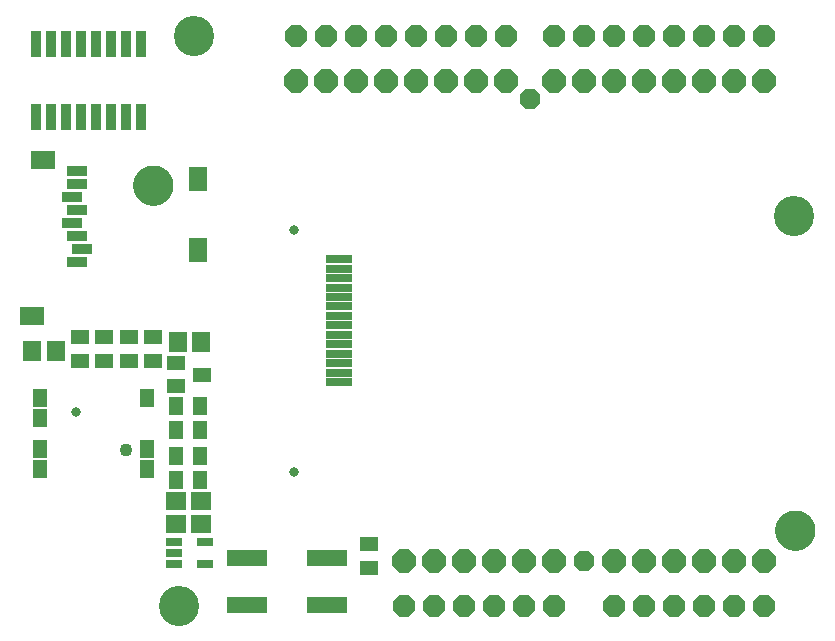
<source format=gbr>
G04 EAGLE Gerber RS-274X export*
G75*
%MOMM*%
%FSLAX34Y34*%
%LPD*%
%INSoldermask Top*%
%IPPOS*%
%AMOC8*
5,1,8,0,0,1.08239X$1,22.5*%
G01*
%ADD10R,2.203200X0.703200*%
%ADD11C,0.803200*%
%ADD12P,2.034460X8X22.500000*%
%ADD13C,3.403200*%
%ADD14R,0.863600X2.235200*%
%ADD15R,2.103200X1.603200*%
%ADD16R,1.603200X2.003200*%
%ADD17R,1.703200X0.903200*%
%ADD18R,1.403200X0.753200*%
%ADD19R,1.303200X1.603200*%
%ADD20R,1.603200X1.203200*%
%ADD21R,1.603200X1.303200*%
%ADD22P,1.869504X8X22.500000*%
%ADD23R,1.803200X1.503200*%
%ADD24R,1.503200X1.803200*%
%ADD25P,2.144431X8X112.500000*%
%ADD26P,2.144431X8X292.500000*%
%ADD27R,3.403200X1.403200*%
%ADD28R,1.203200X1.603200*%
%ADD29C,1.103200*%
%ADD30C,1.200000*%
%ADD31C,1.203200*%


D10*
X275400Y310700D03*
X275400Y302700D03*
X275400Y294700D03*
X275400Y286700D03*
X275400Y278700D03*
X275400Y270700D03*
X275400Y262700D03*
X275400Y254700D03*
X275400Y246700D03*
X275400Y238700D03*
X275400Y230700D03*
X275400Y222700D03*
X275400Y214700D03*
X275400Y318700D03*
D11*
X237400Y343200D03*
X237400Y138700D03*
D12*
X533400Y508000D03*
X508000Y25400D03*
X558800Y508000D03*
X584200Y508000D03*
X609600Y508000D03*
X635000Y508000D03*
X508000Y508000D03*
X482600Y508000D03*
X457200Y508000D03*
X416560Y508000D03*
X391160Y508000D03*
X365760Y508000D03*
X340360Y508000D03*
X314960Y508000D03*
X289560Y508000D03*
X264160Y508000D03*
X238760Y508000D03*
X533400Y25400D03*
X558800Y25400D03*
X584200Y25400D03*
X609600Y25400D03*
X635000Y25400D03*
X457200Y25400D03*
X431800Y25400D03*
X406400Y25400D03*
X381000Y25400D03*
X355600Y25400D03*
X330200Y25400D03*
D13*
X152400Y508000D03*
X660400Y355600D03*
X139700Y25400D03*
D14*
X19050Y439166D03*
X19050Y500634D03*
X31750Y439166D03*
X44450Y439166D03*
X31750Y500634D03*
X44450Y500634D03*
X57150Y439166D03*
X57150Y500634D03*
X69850Y439166D03*
X69850Y500634D03*
X82550Y439166D03*
X95250Y439166D03*
X82550Y500634D03*
X95250Y500634D03*
X107950Y439166D03*
X107950Y500634D03*
D15*
X24620Y402400D03*
X15620Y270400D03*
D16*
X155620Y386400D03*
X155620Y326400D03*
D17*
X53620Y393400D03*
X53620Y382400D03*
X49620Y371400D03*
X53620Y360400D03*
X49620Y349400D03*
X53620Y338400D03*
X57620Y327400D03*
X53620Y316400D03*
D18*
X135590Y79350D03*
X135590Y69850D03*
X135590Y60350D03*
X161590Y60350D03*
X161590Y79350D03*
D19*
X157320Y194310D03*
X137320Y194310D03*
D20*
X159590Y220980D03*
X137590Y211480D03*
X137590Y230480D03*
D21*
X118110Y232570D03*
X118110Y252570D03*
D22*
X436880Y454660D03*
D23*
X137160Y94140D03*
X137160Y114140D03*
X158750Y94140D03*
X158750Y114140D03*
D24*
X158590Y248920D03*
X138590Y248920D03*
X35400Y241300D03*
X15400Y241300D03*
D21*
X76200Y232570D03*
X76200Y252570D03*
D19*
X137320Y173990D03*
X157320Y173990D03*
X137320Y132080D03*
X157320Y132080D03*
X137320Y152400D03*
X157320Y152400D03*
D21*
X55880Y232570D03*
X55880Y252570D03*
X300990Y77310D03*
X300990Y57310D03*
D22*
X482600Y63500D03*
D25*
X457200Y469900D03*
X482600Y469900D03*
X508000Y469900D03*
X533400Y469900D03*
X558800Y469900D03*
X584200Y469900D03*
X609600Y469900D03*
X635000Y469900D03*
X238760Y469900D03*
X264160Y469900D03*
X289560Y469900D03*
X314960Y469900D03*
X340360Y469900D03*
X365760Y469900D03*
X391160Y469900D03*
X416560Y469900D03*
D26*
X635000Y63500D03*
X609600Y63500D03*
X584200Y63500D03*
X558800Y63500D03*
X533400Y63500D03*
X508000Y63500D03*
X457200Y63500D03*
X431800Y63500D03*
X406400Y63500D03*
X381000Y63500D03*
X355600Y63500D03*
X330200Y63500D03*
D27*
X265140Y25720D03*
X197140Y25720D03*
X197140Y65720D03*
X265140Y65720D03*
D28*
X21760Y201150D03*
X21760Y184150D03*
X21760Y158150D03*
X21760Y141150D03*
X112510Y141150D03*
X112510Y158150D03*
X112510Y201150D03*
D11*
X53010Y189150D03*
D29*
X95010Y157150D03*
D21*
X97790Y252570D03*
X97790Y232570D03*
D30*
X107110Y381000D02*
X107113Y381270D01*
X107123Y381540D01*
X107140Y381809D01*
X107163Y382078D01*
X107193Y382347D01*
X107229Y382614D01*
X107272Y382881D01*
X107321Y383146D01*
X107377Y383410D01*
X107440Y383673D01*
X107508Y383934D01*
X107584Y384193D01*
X107665Y384450D01*
X107753Y384706D01*
X107847Y384959D01*
X107947Y385210D01*
X108054Y385458D01*
X108166Y385703D01*
X108285Y385946D01*
X108409Y386185D01*
X108539Y386422D01*
X108675Y386655D01*
X108817Y386885D01*
X108964Y387111D01*
X109117Y387334D01*
X109275Y387553D01*
X109438Y387768D01*
X109607Y387978D01*
X109781Y388185D01*
X109960Y388387D01*
X110143Y388585D01*
X110332Y388778D01*
X110525Y388967D01*
X110723Y389150D01*
X110925Y389329D01*
X111132Y389503D01*
X111342Y389672D01*
X111557Y389835D01*
X111776Y389993D01*
X111999Y390146D01*
X112225Y390293D01*
X112455Y390435D01*
X112688Y390571D01*
X112925Y390701D01*
X113164Y390825D01*
X113407Y390944D01*
X113652Y391056D01*
X113900Y391163D01*
X114151Y391263D01*
X114404Y391357D01*
X114660Y391445D01*
X114917Y391526D01*
X115176Y391602D01*
X115437Y391670D01*
X115700Y391733D01*
X115964Y391789D01*
X116229Y391838D01*
X116496Y391881D01*
X116763Y391917D01*
X117032Y391947D01*
X117301Y391970D01*
X117570Y391987D01*
X117840Y391997D01*
X118110Y392000D01*
X118380Y391997D01*
X118650Y391987D01*
X118919Y391970D01*
X119188Y391947D01*
X119457Y391917D01*
X119724Y391881D01*
X119991Y391838D01*
X120256Y391789D01*
X120520Y391733D01*
X120783Y391670D01*
X121044Y391602D01*
X121303Y391526D01*
X121560Y391445D01*
X121816Y391357D01*
X122069Y391263D01*
X122320Y391163D01*
X122568Y391056D01*
X122813Y390944D01*
X123056Y390825D01*
X123295Y390701D01*
X123532Y390571D01*
X123765Y390435D01*
X123995Y390293D01*
X124221Y390146D01*
X124444Y389993D01*
X124663Y389835D01*
X124878Y389672D01*
X125088Y389503D01*
X125295Y389329D01*
X125497Y389150D01*
X125695Y388967D01*
X125888Y388778D01*
X126077Y388585D01*
X126260Y388387D01*
X126439Y388185D01*
X126613Y387978D01*
X126782Y387768D01*
X126945Y387553D01*
X127103Y387334D01*
X127256Y387111D01*
X127403Y386885D01*
X127545Y386655D01*
X127681Y386422D01*
X127811Y386185D01*
X127935Y385946D01*
X128054Y385703D01*
X128166Y385458D01*
X128273Y385210D01*
X128373Y384959D01*
X128467Y384706D01*
X128555Y384450D01*
X128636Y384193D01*
X128712Y383934D01*
X128780Y383673D01*
X128843Y383410D01*
X128899Y383146D01*
X128948Y382881D01*
X128991Y382614D01*
X129027Y382347D01*
X129057Y382078D01*
X129080Y381809D01*
X129097Y381540D01*
X129107Y381270D01*
X129110Y381000D01*
X129107Y380730D01*
X129097Y380460D01*
X129080Y380191D01*
X129057Y379922D01*
X129027Y379653D01*
X128991Y379386D01*
X128948Y379119D01*
X128899Y378854D01*
X128843Y378590D01*
X128780Y378327D01*
X128712Y378066D01*
X128636Y377807D01*
X128555Y377550D01*
X128467Y377294D01*
X128373Y377041D01*
X128273Y376790D01*
X128166Y376542D01*
X128054Y376297D01*
X127935Y376054D01*
X127811Y375815D01*
X127681Y375578D01*
X127545Y375345D01*
X127403Y375115D01*
X127256Y374889D01*
X127103Y374666D01*
X126945Y374447D01*
X126782Y374232D01*
X126613Y374022D01*
X126439Y373815D01*
X126260Y373613D01*
X126077Y373415D01*
X125888Y373222D01*
X125695Y373033D01*
X125497Y372850D01*
X125295Y372671D01*
X125088Y372497D01*
X124878Y372328D01*
X124663Y372165D01*
X124444Y372007D01*
X124221Y371854D01*
X123995Y371707D01*
X123765Y371565D01*
X123532Y371429D01*
X123295Y371299D01*
X123056Y371175D01*
X122813Y371056D01*
X122568Y370944D01*
X122320Y370837D01*
X122069Y370737D01*
X121816Y370643D01*
X121560Y370555D01*
X121303Y370474D01*
X121044Y370398D01*
X120783Y370330D01*
X120520Y370267D01*
X120256Y370211D01*
X119991Y370162D01*
X119724Y370119D01*
X119457Y370083D01*
X119188Y370053D01*
X118919Y370030D01*
X118650Y370013D01*
X118380Y370003D01*
X118110Y370000D01*
X117840Y370003D01*
X117570Y370013D01*
X117301Y370030D01*
X117032Y370053D01*
X116763Y370083D01*
X116496Y370119D01*
X116229Y370162D01*
X115964Y370211D01*
X115700Y370267D01*
X115437Y370330D01*
X115176Y370398D01*
X114917Y370474D01*
X114660Y370555D01*
X114404Y370643D01*
X114151Y370737D01*
X113900Y370837D01*
X113652Y370944D01*
X113407Y371056D01*
X113164Y371175D01*
X112925Y371299D01*
X112688Y371429D01*
X112455Y371565D01*
X112225Y371707D01*
X111999Y371854D01*
X111776Y372007D01*
X111557Y372165D01*
X111342Y372328D01*
X111132Y372497D01*
X110925Y372671D01*
X110723Y372850D01*
X110525Y373033D01*
X110332Y373222D01*
X110143Y373415D01*
X109960Y373613D01*
X109781Y373815D01*
X109607Y374022D01*
X109438Y374232D01*
X109275Y374447D01*
X109117Y374666D01*
X108964Y374889D01*
X108817Y375115D01*
X108675Y375345D01*
X108539Y375578D01*
X108409Y375815D01*
X108285Y376054D01*
X108166Y376297D01*
X108054Y376542D01*
X107947Y376790D01*
X107847Y377041D01*
X107753Y377294D01*
X107665Y377550D01*
X107584Y377807D01*
X107508Y378066D01*
X107440Y378327D01*
X107377Y378590D01*
X107321Y378854D01*
X107272Y379119D01*
X107229Y379386D01*
X107193Y379653D01*
X107163Y379922D01*
X107140Y380191D01*
X107123Y380460D01*
X107113Y380730D01*
X107110Y381000D01*
D31*
X118110Y381000D03*
D30*
X650670Y88900D02*
X650673Y89170D01*
X650683Y89440D01*
X650700Y89709D01*
X650723Y89978D01*
X650753Y90247D01*
X650789Y90514D01*
X650832Y90781D01*
X650881Y91046D01*
X650937Y91310D01*
X651000Y91573D01*
X651068Y91834D01*
X651144Y92093D01*
X651225Y92350D01*
X651313Y92606D01*
X651407Y92859D01*
X651507Y93110D01*
X651614Y93358D01*
X651726Y93603D01*
X651845Y93846D01*
X651969Y94085D01*
X652099Y94322D01*
X652235Y94555D01*
X652377Y94785D01*
X652524Y95011D01*
X652677Y95234D01*
X652835Y95453D01*
X652998Y95668D01*
X653167Y95878D01*
X653341Y96085D01*
X653520Y96287D01*
X653703Y96485D01*
X653892Y96678D01*
X654085Y96867D01*
X654283Y97050D01*
X654485Y97229D01*
X654692Y97403D01*
X654902Y97572D01*
X655117Y97735D01*
X655336Y97893D01*
X655559Y98046D01*
X655785Y98193D01*
X656015Y98335D01*
X656248Y98471D01*
X656485Y98601D01*
X656724Y98725D01*
X656967Y98844D01*
X657212Y98956D01*
X657460Y99063D01*
X657711Y99163D01*
X657964Y99257D01*
X658220Y99345D01*
X658477Y99426D01*
X658736Y99502D01*
X658997Y99570D01*
X659260Y99633D01*
X659524Y99689D01*
X659789Y99738D01*
X660056Y99781D01*
X660323Y99817D01*
X660592Y99847D01*
X660861Y99870D01*
X661130Y99887D01*
X661400Y99897D01*
X661670Y99900D01*
X661940Y99897D01*
X662210Y99887D01*
X662479Y99870D01*
X662748Y99847D01*
X663017Y99817D01*
X663284Y99781D01*
X663551Y99738D01*
X663816Y99689D01*
X664080Y99633D01*
X664343Y99570D01*
X664604Y99502D01*
X664863Y99426D01*
X665120Y99345D01*
X665376Y99257D01*
X665629Y99163D01*
X665880Y99063D01*
X666128Y98956D01*
X666373Y98844D01*
X666616Y98725D01*
X666855Y98601D01*
X667092Y98471D01*
X667325Y98335D01*
X667555Y98193D01*
X667781Y98046D01*
X668004Y97893D01*
X668223Y97735D01*
X668438Y97572D01*
X668648Y97403D01*
X668855Y97229D01*
X669057Y97050D01*
X669255Y96867D01*
X669448Y96678D01*
X669637Y96485D01*
X669820Y96287D01*
X669999Y96085D01*
X670173Y95878D01*
X670342Y95668D01*
X670505Y95453D01*
X670663Y95234D01*
X670816Y95011D01*
X670963Y94785D01*
X671105Y94555D01*
X671241Y94322D01*
X671371Y94085D01*
X671495Y93846D01*
X671614Y93603D01*
X671726Y93358D01*
X671833Y93110D01*
X671933Y92859D01*
X672027Y92606D01*
X672115Y92350D01*
X672196Y92093D01*
X672272Y91834D01*
X672340Y91573D01*
X672403Y91310D01*
X672459Y91046D01*
X672508Y90781D01*
X672551Y90514D01*
X672587Y90247D01*
X672617Y89978D01*
X672640Y89709D01*
X672657Y89440D01*
X672667Y89170D01*
X672670Y88900D01*
X672667Y88630D01*
X672657Y88360D01*
X672640Y88091D01*
X672617Y87822D01*
X672587Y87553D01*
X672551Y87286D01*
X672508Y87019D01*
X672459Y86754D01*
X672403Y86490D01*
X672340Y86227D01*
X672272Y85966D01*
X672196Y85707D01*
X672115Y85450D01*
X672027Y85194D01*
X671933Y84941D01*
X671833Y84690D01*
X671726Y84442D01*
X671614Y84197D01*
X671495Y83954D01*
X671371Y83715D01*
X671241Y83478D01*
X671105Y83245D01*
X670963Y83015D01*
X670816Y82789D01*
X670663Y82566D01*
X670505Y82347D01*
X670342Y82132D01*
X670173Y81922D01*
X669999Y81715D01*
X669820Y81513D01*
X669637Y81315D01*
X669448Y81122D01*
X669255Y80933D01*
X669057Y80750D01*
X668855Y80571D01*
X668648Y80397D01*
X668438Y80228D01*
X668223Y80065D01*
X668004Y79907D01*
X667781Y79754D01*
X667555Y79607D01*
X667325Y79465D01*
X667092Y79329D01*
X666855Y79199D01*
X666616Y79075D01*
X666373Y78956D01*
X666128Y78844D01*
X665880Y78737D01*
X665629Y78637D01*
X665376Y78543D01*
X665120Y78455D01*
X664863Y78374D01*
X664604Y78298D01*
X664343Y78230D01*
X664080Y78167D01*
X663816Y78111D01*
X663551Y78062D01*
X663284Y78019D01*
X663017Y77983D01*
X662748Y77953D01*
X662479Y77930D01*
X662210Y77913D01*
X661940Y77903D01*
X661670Y77900D01*
X661400Y77903D01*
X661130Y77913D01*
X660861Y77930D01*
X660592Y77953D01*
X660323Y77983D01*
X660056Y78019D01*
X659789Y78062D01*
X659524Y78111D01*
X659260Y78167D01*
X658997Y78230D01*
X658736Y78298D01*
X658477Y78374D01*
X658220Y78455D01*
X657964Y78543D01*
X657711Y78637D01*
X657460Y78737D01*
X657212Y78844D01*
X656967Y78956D01*
X656724Y79075D01*
X656485Y79199D01*
X656248Y79329D01*
X656015Y79465D01*
X655785Y79607D01*
X655559Y79754D01*
X655336Y79907D01*
X655117Y80065D01*
X654902Y80228D01*
X654692Y80397D01*
X654485Y80571D01*
X654283Y80750D01*
X654085Y80933D01*
X653892Y81122D01*
X653703Y81315D01*
X653520Y81513D01*
X653341Y81715D01*
X653167Y81922D01*
X652998Y82132D01*
X652835Y82347D01*
X652677Y82566D01*
X652524Y82789D01*
X652377Y83015D01*
X652235Y83245D01*
X652099Y83478D01*
X651969Y83715D01*
X651845Y83954D01*
X651726Y84197D01*
X651614Y84442D01*
X651507Y84690D01*
X651407Y84941D01*
X651313Y85194D01*
X651225Y85450D01*
X651144Y85707D01*
X651068Y85966D01*
X651000Y86227D01*
X650937Y86490D01*
X650881Y86754D01*
X650832Y87019D01*
X650789Y87286D01*
X650753Y87553D01*
X650723Y87822D01*
X650700Y88091D01*
X650683Y88360D01*
X650673Y88630D01*
X650670Y88900D01*
D31*
X661670Y88900D03*
M02*

</source>
